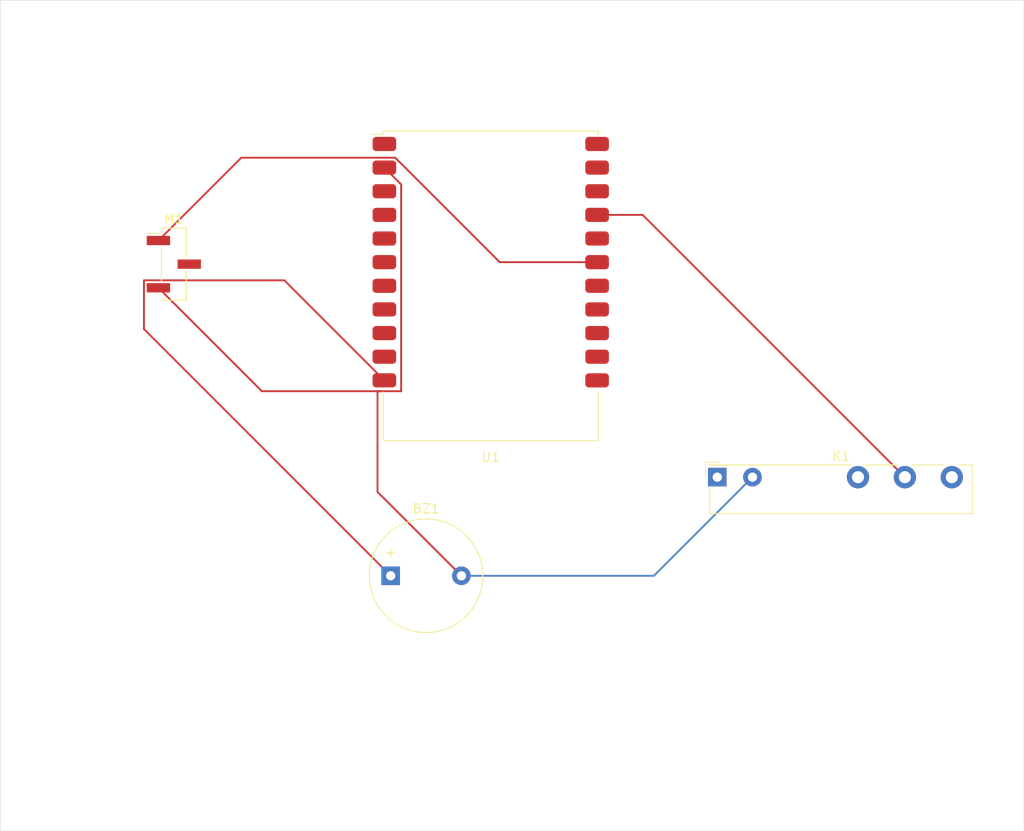
<source format=kicad_pcb>
(kicad_pcb (version 20241229) (generator "pcbnew") (generator_version "9.0")
  (layers (0 "F.Cu" signal) (2 "B.Cu" signal) (13 "F.Paste" user) (15 "B.Paste" user) (5 "F.SilkS" user "F.Silkscreen") (7 "B.SilkS" user "B.Silkscreen") (1 "F.Mask" user) (3 "B.Mask" user) (25 "Edge.Cuts" user))
  (net 0 "")
  (net 1 "GND")
  (net 2 "/BUZZER_CTRL")
  (net 3 "/RELAY_VCC")
  (net 6 "/RELAY_COM")
  (net 7 "/SERVO_PWM")
  (net 8 "/SERVO_VCC")
  (net 10 "/3.3V")
  (footprint "Relay_THT:Relay_SPDT_Fujitsu_FTR-LYCA005x_FormC_Vertical" (layer "F.Cu") (at 169.3 86.25)
    (property "Reference" "K1" (at 13.3 -2.25 0) (layer "F.SilkS"))
    (property "Value" "Fujitsu_FTR-LYCA005x")
    (fp_line (start -1.26 -1.61) (end 0.24 -1.61) (stroke (width 0.12)) (layer "F.SilkS"))
    (fp_line (start -1.26 -0.11) (end -1.26 -1.61) (stroke (width 0.12)) (layer "F.SilkS"))
    (fp_line (start -0.81 3.91) (end -0.81 1.3) (stroke (width 0.12)) (layer "F.SilkS"))
    (fp_line (start -0.81 3.91) (end 27.41 3.91) (stroke (width 0.12)) (layer "F.SilkS"))
    (fp_line (start 14.35 -1.31) (end -0.81 -1.31) (stroke (width 0.12)) (layer "F.SilkS"))
    (fp_line (start 15.87 -1.31) (end 19.4 -1.31) (stroke (width 0.12)) (layer "F.SilkS"))
    (fp_line (start 20.94 -1.31) (end 24.42 -1.31) (stroke (width 0.12)) (layer "F.SilkS"))
    (fp_line (start 26 -1.31) (end 27.41 -1.31) (stroke (width 0.12)) (layer "F.SilkS"))
    (fp_line (start 27.41 3.91) (end 27.41 -1.31) (stroke (width 0.12)) (layer "F.SilkS"))
    (pad "11" thru_hole circle (at 20.16 0) (size 2.4 2.4) (drill 1.3) (layers "*.Cu" "*.Mask") (net 6 "/RELAY_COM"))
    (pad "12" thru_hole circle (at 15.12 0) (size 2.4 2.4) (drill 1.3) (layers "*.Cu" "*.Mask"))
    (pad "14" thru_hole circle (at 25.2 0) (size 2.4 2.4) (drill 1.3) (layers "*.Cu" "*.Mask"))
    (pad "A1" thru_hole rect (at 0 0) (size 2 2) (drill 1) (layers "*.Cu" "*.Mask") (net 3 "/RELAY_VCC"))
    (pad "A2" thru_hole circle (at 3.78 0) (size 2 2) (drill 1) (layers "*.Cu" "*.Mask") (net 1 "GND"))
  )
  (footprint "Buzzer_Beeper:Buzzer_12x9.5RM7.6" (layer "F.Cu") (at 134.205 96.845)
    (property "Reference" "BZ1" (at 3.8 -7.2 0) (layer "F.SilkS"))
    (property "Value" "Buzzer")
    (fp_circle (center 3.8 0) (end 9.9 0) (stroke (width 0.12)) (fill no) (layer "F.SilkS"))
    (fp_text user "+" (at -0.01 -2.54 0) (layer "F.SilkS"))
    (pad "1" thru_hole rect (at 0 0) (size 2 2) (drill 1) (layers "*.Cu" "*.Mask") (net 2 "/BUZZER_CTRL"))
    (pad "2" thru_hole circle (at 7.6 0) (size 2 2) (drill 1) (layers "*.Cu" "*.Mask") (net 1 "GND"))
  )
  (footprint "Module:Olimex_MOD-WIFI-ESP8266-DEV" (layer "F.Cu") (at 144.955 63.145)
    (property "Reference" "U1" (at 0 20.955 0) (layer "F.SilkS"))
    (property "Value" "Olimex_MOD-WIFI-ESP8266-DEV")
    (fp_line (start -11.557 -14.097) (end -11.557 -13.716) (stroke (width 0.12)) (layer "F.SilkS"))
    (fp_line (start -11.557 -13.716) (end -12.827 -13.716) (stroke (width 0.12)) (layer "F.SilkS"))
    (fp_line (start -11.557 13.97) (end -11.557 19.177) (stroke (width 0.12)) (layer "F.SilkS"))
    (fp_line (start -11.557 19.177) (end 11.557 19.177) (stroke (width 0.12)) (layer "F.SilkS"))
    (fp_line (start 11.557 -14.097) (end -11.557 -14.097) (stroke (width 0.12)) (layer "F.SilkS"))
    (fp_line (start 11.557 -13.716) (end 11.557 -14.097) (stroke (width 0.12)) (layer "F.SilkS"))
    (fp_line (start 11.557 19.177) (end 11.557 13.97) (stroke (width 0.12)) (layer "F.SilkS"))
    (pad "1" smd roundrect (at -11.43 -12.7) (size 2.54 1.524) (layers "F.Cu" "F.Mask" "F.Paste") (net 10 "/3.3V"))
    (pad "2" smd roundrect (at -11.43 -10.16) (size 2.54 1.524) (layers "F.Cu" "F.Mask" "F.Paste") (net 1 "GND"))
    (pad "3" smd roundrect (at -11.43 -7.62) (size 2.54 1.524) (layers "F.Cu" "F.Mask" "F.Paste"))
    (pad "4" smd roundrect (at -11.43 -5.08) (size 2.54 1.524) (layers "F.Cu" "F.Mask" "F.Paste"))
    (pad "5" smd roundrect (at -11.43 -2.54) (size 2.54 1.524) (layers "F.Cu" "F.Mask" "F.Paste"))
    (pad "6" smd roundrect (at -11.43 0) (size 2.54 1.524) (layers "F.Cu" "F.Mask" "F.Paste"))
    (pad "7" smd roundrect (at -11.43 2.54) (size 2.54 1.524) (layers "F.Cu" "F.Mask" "F.Paste"))
    (pad "8" smd roundrect (at -11.43 5.08) (size 2.54 1.524) (layers "F.Cu" "F.Mask" "F.Paste"))
    (pad "9" smd roundrect (at -11.43 7.62) (size 2.54 1.524) (layers "F.Cu" "F.Mask" "F.Paste"))
    (pad "10" smd roundrect (at -11.43 10.16) (size 2.54 1.524) (layers "F.Cu" "F.Mask" "F.Paste"))
    (pad "11" smd roundrect (at -11.43 12.7) (size 2.54 1.524) (layers "F.Cu" "F.Mask" "F.Paste") (net 2 "/BUZZER_CTRL"))
    (pad "12" smd roundrect (at 11.43 12.7) (size 2.54 1.524) (layers "F.Cu" "F.Mask" "F.Paste"))
    (pad "13" smd roundrect (at 11.43 10.16) (size 2.54 1.524) (layers "F.Cu" "F.Mask" "F.Paste"))
    (pad "14" smd roundrect (at 11.43 7.62) (size 2.54 1.524) (layers "F.Cu" "F.Mask" "F.Paste"))
    (pad "15" smd roundrect (at 11.43 5.08) (size 2.54 1.524) (layers "F.Cu" "F.Mask" "F.Paste"))
    (pad "16" smd roundrect (at 11.43 2.54) (size 2.54 1.524) (layers "F.Cu" "F.Mask" "F.Paste"))
    (pad "17" smd roundrect (at 11.43 0) (size 2.54 1.524) (layers "F.Cu" "F.Mask" "F.Paste") (net 7 "/SERVO_PWM"))
    (pad "18" smd roundrect (at 11.43 -2.54) (size 2.54 1.524) (layers "F.Cu" "F.Mask" "F.Paste"))
    (pad "19" smd roundrect (at 11.43 -5.08) (size 2.54 1.524) (layers "F.Cu" "F.Mask" "F.Paste") (net 6 "/RELAY_COM"))
    (pad "20" smd roundrect (at 11.43 -7.62) (size 2.54 1.524) (layers "F.Cu" "F.Mask" "F.Paste"))
    (pad "21" smd roundrect (at 11.43 -10.16) (size 2.54 1.524) (layers "F.Cu" "F.Mask" "F.Paste"))
    (pad "22" smd roundrect (at 11.43 -12.7) (size 2.54 1.524) (layers "F.Cu" "F.Mask" "F.Paste"))
  )
  (footprint "Connector_PinHeader_2.54mm:PinHeader_1x03_P2.54mm_Vertical_SMD_Pin1Left" (layer "F.Cu") (at 110.905 63.36)
    (property "Reference" "M1" (at 0 -4.87 0) (layer "F.SilkS"))
    (property "Value" "Motor_Servo")
    (fp_line (start -1.33 -3.87) (end -1.33 -3.3) (stroke (width 0.12)) (layer "F.SilkS"))
    (fp_line (start -1.33 -3.87) (end 1.33 -3.87) (stroke (width 0.12)) (layer "F.SilkS"))
    (fp_line (start -1.33 -3.3) (end -2.85 -3.3) (stroke (width 0.12)) (layer "F.SilkS"))
    (fp_line (start -1.33 -1.78) (end -1.33 1.78) (stroke (width 0.12)) (layer "F.SilkS"))
    (fp_line (start -1.33 3.87) (end 1.33 3.87) (stroke (width 0.12)) (layer "F.SilkS"))
    (fp_line (start 1.33 -3.87) (end 1.33 -0.76) (stroke (width 0.12)) (layer "F.SilkS"))
    (fp_line (start 1.33 0.76) (end 1.33 3.87) (stroke (width 0.12)) (layer "F.SilkS"))
    (fp_line (start 1.33 3.3) (end 1.33 3.87) (stroke (width 0.12)) (layer "F.SilkS"))
    (pad "1" smd rect (at -1.655 -2.54) (size 2.51 1) (layers "F.Cu" "F.Mask" "F.Paste") (net 7 "/SERVO_PWM"))
    (pad "2" smd rect (at 1.655 0) (size 2.51 1) (layers "F.Cu" "F.Mask" "F.Paste") (net 8 "/SERVO_VCC"))
    (pad "3" smd rect (at -1.655 2.54) (size 2.51 1) (layers "F.Cu" "F.Mask" "F.Paste") (net 1 "GND"))
  )
  (gr_rect (start 92.25 35) (end 202.25 124.25) (stroke (width 0.05)) (fill no) (layer "Edge.Cuts"))
  (segment (start 120.364 77.014) (end 133.25 77.014) (width 0.2) (layer "F.Cu") (net 1))
  (segment (start 109.25 65.9) (end 120.364 77.014) (width 0.2) (layer "F.Cu") (net 1))
  (segment (start 133.25 77.014) (end 132.848164 77.014) (width 0.2) (layer "F.Cu") (net 1))
  (segment (start 135.329 77.014) (end 133.25 77.014) (width 0.2) (layer "F.Cu") (net 1))
  (segment (start 132.789 87.829) (end 141.805 96.845) (width 0.2) (layer "F.Cu") (net 1))
  (segment (start 133.525 52.985) (end 135.329 54.789) (width 0.2) (layer "F.Cu") (net 1))
  (segment (start 132.848164 77.014) (end 132.789 77.073164) (width 0.2) (layer "F.Cu") (net 1))
  (segment (start 132.789 77.073164) (end 132.789 87.829) (width 0.2) (layer "F.Cu") (net 1))
  (segment (start 135.329 54.789) (end 135.329 77.014) (width 0.2) (layer "F.Cu") (net 1))
  (segment (start 173.08 86.25) (end 162.485 96.845) (width 0.2) (layer "B.Cu") (net 1))
  (segment (start 162.485 96.845) (end 141.805 96.845) (width 0.2) (layer "B.Cu") (net 1))
  (segment (start 107.694 65.099) (end 122.779 65.099) (width 0.2) (layer "F.Cu") (net 2))
  (segment (start 122.779 65.099) (end 133.525 75.845) (width 0.2) (layer "F.Cu") (net 2))
  (segment (start 107.694 70.334) (end 107.694 65.099) (width 0.2) (layer "F.Cu") (net 2))
  (segment (start 134.205 96.845) (end 107.694 70.334) (width 0.2) (layer "F.Cu") (net 2))
  (segment (start 156.435 58.065) (end 156.385 58.065) (width 0.2) (layer "F.Cu") (net 6))
  (segment (start 161.275 58.065) (end 189.46 86.25) (width 0.2) (layer "F.Cu") (net 6))
  (segment (start 156.385 58.065) (end 161.275 58.065) (width 0.2) (layer "F.Cu") (net 6))
  (segment (start 156.435 58.065) (end 156.5 58) (width 0.2) (layer "F.Cu") (net 6))
  (segment (start 109.25 60.82) (end 118.148 51.922) (width 0.2) (layer "F.Cu") (net 7))
  (segment (start 145.919494 63.145) (end 156.385 63.145) (width 0.2) (layer "F.Cu") (net 7))
  (segment (start 118.148 51.922) (end 134.696494 51.922) (width 0.2) (layer "F.Cu") (net 7))
  (segment (start 134.696494 51.922) (end 145.919494 63.145) (width 0.2) (layer "F.Cu") (net 7))
)
</source>
